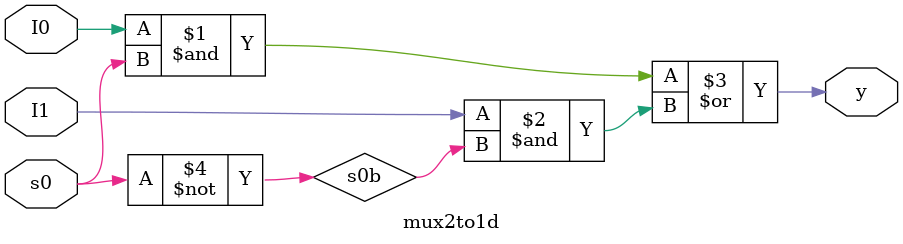
<source format=v>
module mux4g(y,a,b,c,d,s1,s0);
output y;
input a,b,c,d,s1,s0;
wire s0bar,s1bar,w1,w2,w3,w4;
not(s1bar,s1);
not(s0bar,s0);
and (w1,a,s1bar,s0bar),(w2,b,s1bar,s0bar), (w3,c,s1,s0bar), (w4,d,s1,s0);
or(y,w1,w2,w3,w4);
endmodule

//mux data flow level design
module mux4d(y,a,b,c,d,s1,s0);
output y;
input a,b,c,d,s1,s0;
assign y = ((a & ~s1 & ~s0) | (b & ~s1 & s0) | (c & s1 & ~s0) | (d & s1 & s0));
endmodule

//mux 2 to 1 gate level
module mux2to1g(y,I0,I1,s0);
output y;
input I0,I1,s0;
wire y;
wire w1,w2;
not(s0b,s0);
and(w1,I0,s0);
and(w2,I1,s0b);
or(y,w1,w1);
endmodule

//mux 2 to 1 data flow model
module mux2to1d(y,I0,I1,s0);
output y;
input I0,I1,s0;
wire y;
not(s0b,s0);
assign y = (I0&s0)|(I1&s0b);
endmodule

//*mux4g m1(.y(w1),.a(I0),.b(I1),.c(I2),.d(I3),.s1(s1),.s0(s2));mux4g m2(.y(w2),.a(I4),.b(I5),.c(I6),.d(I7),.s1(s1),.s0(s2));mux2to1 m3(.y(y),.I0(w1),.I1(w2),.s0(s0));


</source>
